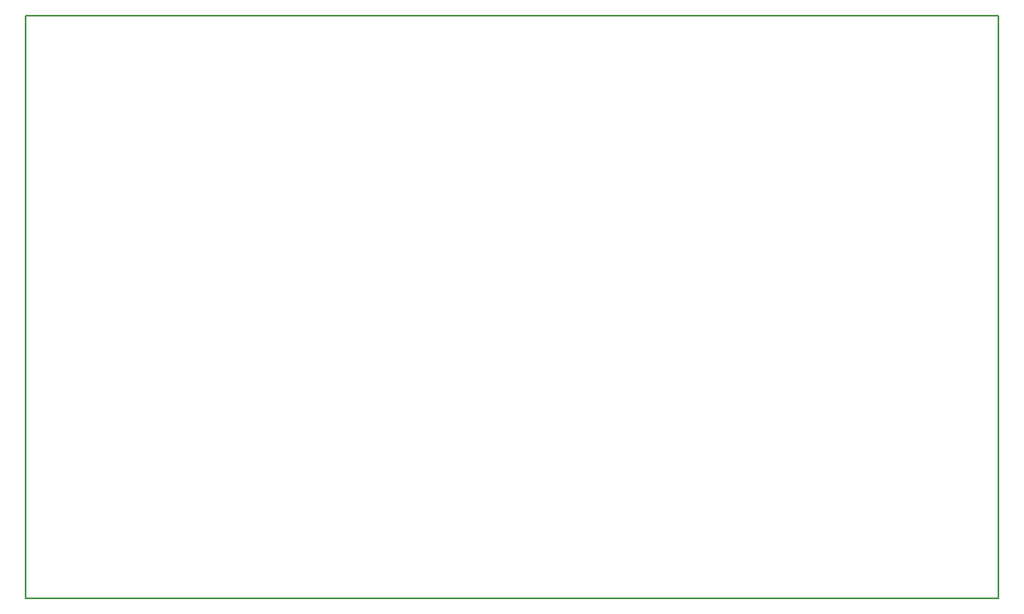
<source format=gbo>
G04 MADE WITH FRITZING*
G04 WWW.FRITZING.ORG*
G04 DOUBLE SIDED*
G04 HOLES PLATED*
G04 CONTOUR ON CENTER OF CONTOUR VECTOR*
%ASAXBY*%
%FSLAX23Y23*%
%MOIN*%
%OFA0B0*%
%SFA1.0B1.0*%
%ADD10R,3.937010X2.362200X3.921010X2.346200*%
%ADD11C,0.008000*%
%LNSILK0*%
G90*
G70*
G54D11*
X4Y2358D02*
X3933Y2358D01*
X3933Y4D01*
X4Y4D01*
X4Y2358D01*
D02*
G04 End of Silk0*
M02*
</source>
